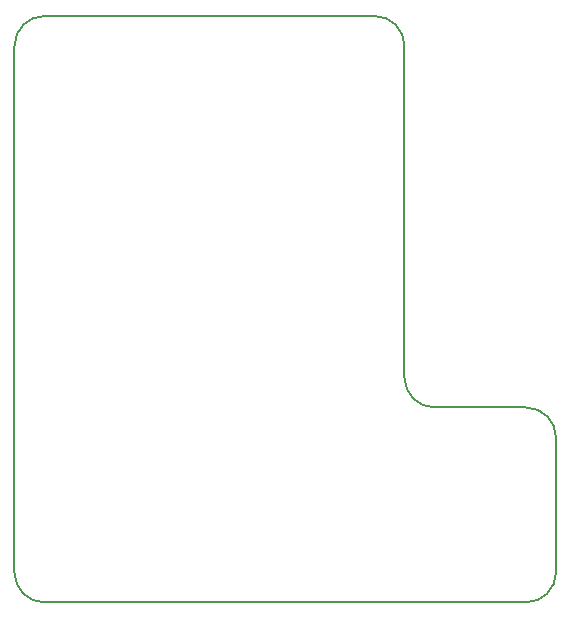
<source format=gm1>
G04 #@! TF.FileFunction,Profile,NP*
%FSLAX46Y46*%
G04 Gerber Fmt 4.6, Leading zero omitted, Abs format (unit mm)*
G04 Created by KiCad (PCBNEW 4.0.6) date Mon Aug 28 23:47:59 2017*
%MOMM*%
%LPD*%
G01*
G04 APERTURE LIST*
%ADD10C,0.100000*%
%ADD11C,0.150000*%
G04 APERTURE END LIST*
D10*
D11*
X55871500Y-27456000D02*
G75*
G03X53331500Y-24916000I-2540000J0D01*
G01*
X25391500Y-24916000D02*
G75*
G03X22851500Y-27456000I0J-2540000D01*
G01*
X22851500Y-72033000D02*
G75*
G03X25391500Y-74573000I2540000J0D01*
G01*
X55871500Y-55523000D02*
G75*
G03X58411500Y-58063000I2540000J0D01*
G01*
X66158500Y-74573000D02*
G75*
G03X68698500Y-72033000I0J2540000D01*
G01*
X68698500Y-60603000D02*
G75*
G03X66158500Y-58063000I-2540000J0D01*
G01*
X25391500Y-74573000D02*
X66158500Y-74573000D01*
X68698500Y-60603000D02*
X68698500Y-72033000D01*
X58411500Y-58063000D02*
X66158500Y-58063000D01*
X22851500Y-72033000D02*
X22851500Y-27456000D01*
X55871500Y-27456000D02*
X55871500Y-55523000D01*
X25391500Y-24916000D02*
X53331500Y-24916000D01*
M02*

</source>
